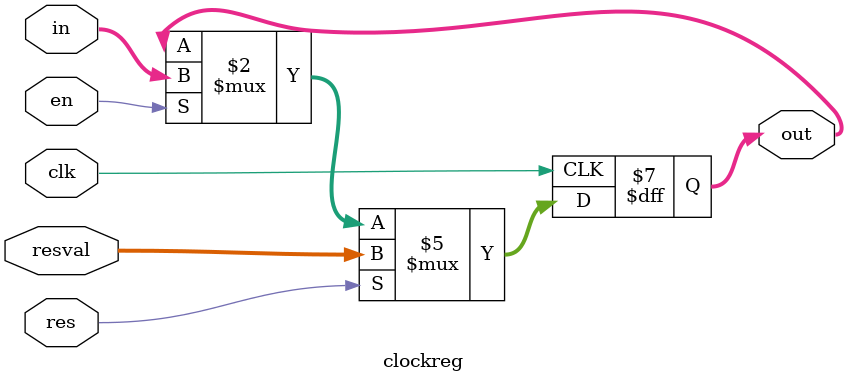
<source format=v>
module clockreg(out, in, en, res, resval, clk);
    parameter size = 8;
    output [size-1:0] out;
    reg [size-1:0] out;
    input [size-1:0] in;
    input en, res, clk;
    input [size-1:0] resval;

always @(posedge clk) begin
    if (res)
        out <= resval;
    else if(en)
        out <= in;
    end
endmodule
</source>
